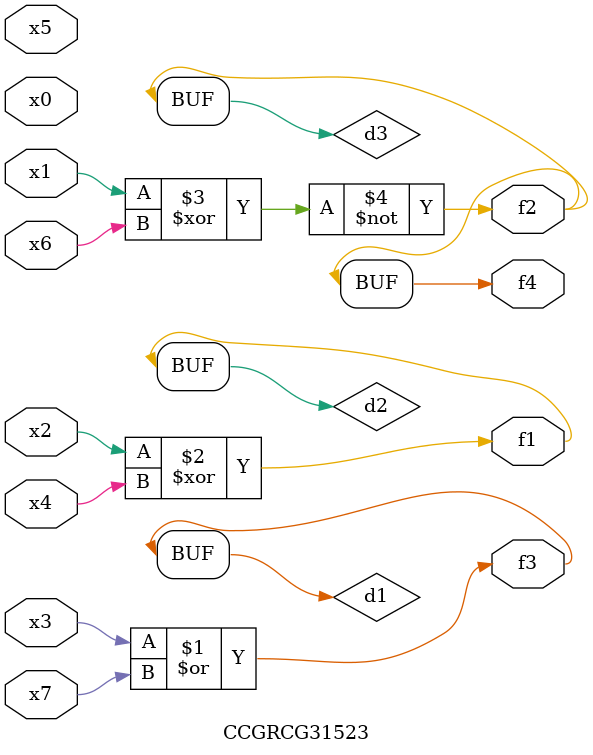
<source format=v>
module CCGRCG31523(
	input x0, x1, x2, x3, x4, x5, x6, x7,
	output f1, f2, f3, f4
);

	wire d1, d2, d3;

	or (d1, x3, x7);
	xor (d2, x2, x4);
	xnor (d3, x1, x6);
	assign f1 = d2;
	assign f2 = d3;
	assign f3 = d1;
	assign f4 = d3;
endmodule

</source>
